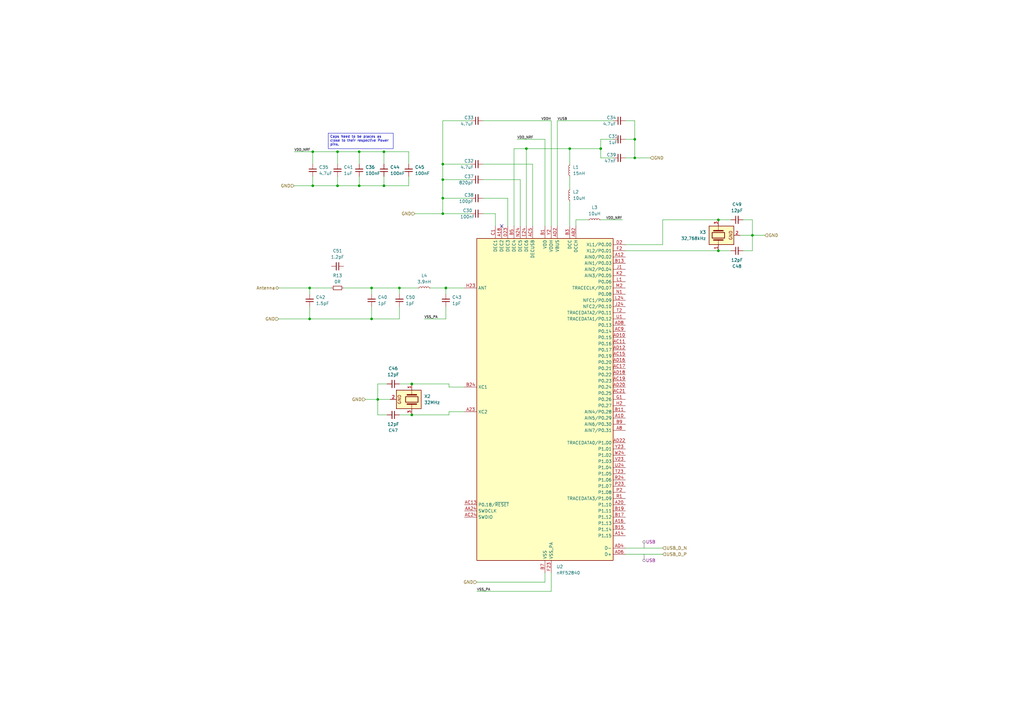
<source format=kicad_sch>
(kicad_sch (version 20250114) (generator "eeschema") (generator_version "9.0")
  (paper "A3")
  (title_block (date "2023-10-25") (company "MadMan"))
  (lib_symbols
    (symbol "Device:C_Small" (pin_numbers (hide yes)) (pin_names (offset 0.254) (hide yes))
      (property "Reference" "C" (at 0.254 1.778 0))
      (property "Value" "C_Small" (at 0.254 -2.032 0))
      (symbol "C_Small_0_1"
        (polyline (pts (xy -1.524 0.508) (xy 1.524 0.508)) (stroke (width 0.3048)))
        (polyline (pts (xy -1.524 -0.508) (xy 1.524 -0.508)) (stroke (width 0.3302)))
      )
      (symbol "C_Small_1_1"
        (pin passive line (at 0 2.54 270) (length 2.032) (name "~") (number "1"))
        (pin passive line (at 0 -2.54 90) (length 2.032) (name "~") (number "2"))
      )
    )
    (symbol "Device:L_Small" (pin_numbers (hide yes)) (pin_names (offset 0.254) (hide yes))
      (property "Reference" "L" (at 0.762 1.016 0))
      (property "Value" "L_Small" (at 0.762 -1.016 0))
      (symbol "L_Small_0_1"
        (arc (start 0 2.032) (mid 0.5058 1.524) (end 0 1.016))
        (arc (start 0 1.016) (mid 0.5058 0.508) (end 0 0))
        (arc (start 0 0) (mid 0.5058 -0.508) (end 0 -1.016))
        (arc (start 0 -1.016) (mid 0.5058 -1.524) (end 0 -2.032))
      )
      (symbol "L_Small_1_1"
        (pin passive line (at 0 2.54 270) (length 0.508) (name "~") (number "1"))
        (pin passive line (at 0 -2.54 90) (length 0.508) (name "~") (number "2"))
      )
    )
    (symbol "Device:R_Small" (pin_numbers (hide yes)) (pin_names (offset 0.254) (hide yes))
      (property "Reference" "R" (at 0 0 90))
      (property "Value" "R_Small" (at 1.778 0 90))
      (symbol "R_Small_0_1"
        (rectangle (start -0.762 1.778) (end 0.762 -1.778) (stroke (width 0.2032)))
      )
      (symbol "R_Small_1_1"
        (pin passive line (at 0 2.54 270) (length 0.762) (name "~") (number "1"))
        (pin passive line (at 0 -2.54 90) (length 0.762) (name "~") (number "2"))
      )
    )
    (symbol "MCU_Nordic:nRF52840"
      (property "Reference" "U" (at 0 5.08 0))
      (property "Value" "nRF52840" (at 0 2.54 0))
      (symbol "nRF52840_0_1"
        (rectangle (start -27.94 66.04) (end 27.94 -66.04) (stroke (width 0.254)) (fill (type background)))
      )
      (symbol "nRF52840_1_1"
        (pin passive line (at -33.02 45.72 0) (length 5.08) (name "ANT") (number "H23"))
        (pin input line (at -33.02 5.08 0) (length 5.08) (name "XC1") (number "B24"))
        (pin input line (at -33.02 -5.08 0) (length 5.08) (name "XC2") (number "A23"))
        (pin bidirectional line (at -33.02 -43.18 0) (length 5.08) (name "P0.18/~{RESET}") (number "AC13"))
        (pin input line (at -33.02 -45.72 0) (length 5.08) (name "SWDCLK") (number "AA24"))
        (pin bidirectional line (at -33.02 -48.26 0) (length 5.08) (name "SWDIO") (number "AC24"))
        (pin passive line (at -20.32 71.12 270) (length 5.08) (name "DEC1") (number "C1"))
        (pin passive line (at -17.78 71.12 270) (length 5.08) (name "DEC2") (number "A18"))
        (pin passive line (at -15.24 71.12 270) (length 5.08) (name "DEC3") (number "D23"))
        (pin passive line (at -12.7 71.12 270) (length 5.08) (name "DEC4") (number "B5"))
        (pin passive line (at -10.16 71.12 270) (length 5.08) (name "DEC5") (number "N24"))
        (pin passive line (at -7.62 71.12 270) (length 5.08) (name "DEC6") (number "E24"))
        (pin passive line (at -5.08 71.12 270) (length 5.08) (name "DECUSB") (number "AC5"))
        (pin passive line (at 0 71.12 270) (length 5.08) (hide yes) (name "VDD") (number "A22"))
        (pin passive line (at 0 71.12 270) (length 5.08) (hide yes) (name "VDD") (number "AD14"))
        (pin passive line (at 0 71.12 270) (length 5.08) (hide yes) (name "VDD") (number "AD23"))
        (pin power_in line (at 0 71.12 270) (length 5.08) (name "VDD") (number "B1"))
        (pin passive line (at 0 71.12 270) (length 5.08) (hide yes) (name "VDD") (number "W1"))
        (pin power_in line (at 0 -71.12 90) (length 5.08) (name "VSS") (number "B7"))
        (pin passive line (at 0 -71.12 90) (length 5.08) (hide yes) (name "VSS") (number "EP"))
        (pin power_in line (at 2.54 71.12 270) (length 5.08) (name "VDDH") (number "Y2"))
        (pin power_in line (at 2.54 -71.12 90) (length 5.08) (name "VSS_PA") (number "F23"))
        (pin power_in line (at 5.08 71.12 270) (length 5.08) (name "VBUS") (number "AD2"))
        (pin power_out line (at 10.16 71.12 270) (length 5.08) (name "DCC") (number "B3"))
        (pin power_out line (at 12.7 71.12 270) (length 5.08) (name "DCCH") (number "AB2"))
        (pin bidirectional line (at 33.02 63.5 180) (length 5.08) (name "XL1/P0.00") (number "D2"))
        (pin bidirectional line (at 33.02 60.96 180) (length 5.08) (name "XL2/P0.01") (number "F2"))
        (pin bidirectional line (at 33.02 58.42 180) (length 5.08) (name "AIN0/P0.02") (number "A12"))
        (pin bidirectional line (at 33.02 55.88 180) (length 5.08) (name "AIN1/P0.03") (number "B13"))
        (pin bidirectional line (at 33.02 53.34 180) (length 5.08) (name "AIN2/P0.04") (number "J1"))
        (pin bidirectional line (at 33.02 50.8 180) (length 5.08) (name "AIN3/P0.05") (number "K2"))
        (pin bidirectional line (at 33.02 48.26 180) (length 5.08) (name "P0.06") (number "L1"))
        (pin bidirectional line (at 33.02 45.72 180) (length 5.08) (name "TRACECLK/P0.07") (number "M2"))
        (pin bidirectional line (at 33.02 43.18 180) (length 5.08) (name "P0.08") (number "N1"))
        (pin bidirectional line (at 33.02 40.64 180) (length 5.08) (name "NFC1/P0.09") (number "L24"))
        (pin bidirectional line (at 33.02 38.1 180) (length 5.08) (name "NFC2/P0.10") (number "J24"))
        (pin bidirectional line (at 33.02 35.56 180) (length 5.08) (name "TRACEDATA2/P0.11") (number "T2"))
        (pin bidirectional line (at 33.02 33.02 180) (length 5.08) (name "TRACEDATA1/P0.12") (number "U1"))
        (pin bidirectional line (at 33.02 30.48 180) (length 5.08) (name "P0.13") (number "AD8"))
        (pin bidirectional line (at 33.02 27.94 180) (length 5.08) (name "P0.14") (number "AC9"))
        (pin bidirectional line (at 33.02 25.4 180) (length 5.08) (name "P0.15") (number "AD10"))
        (pin bidirectional line (at 33.02 22.86 180) (length 5.08) (name "P0.16") (number "AC11"))
        (pin bidirectional line (at 33.02 20.32 180) (length 5.08) (name "P0.17") (number "AD12"))
        (pin bidirectional line (at 33.02 17.78 180) (length 5.08) (name "P0.19") (number "AC15"))
        (pin bidirectional line (at 33.02 15.24 180) (length 5.08) (name "P0.20") (number "AD16"))
        (pin bidirectional line (at 33.02 12.7 180) (length 5.08) (name "P0.21") (number "AC17"))
        (pin bidirectional line (at 33.02 10.16 180) (length 5.08) (name "P0.22") (number "AD18"))
        (pin bidirectional line (at 33.02 7.62 180) (length 5.08) (name "P0.23") (number "AC19"))
        (pin bidirectional line (at 33.02 5.08 180) (length 5.08) (name "P0.24") (number "AD20"))
        (pin bidirectional line (at 33.02 2.54 180) (length 5.08) (name "P0.25") (number "AC21"))
        (pin bidirectional line (at 33.02 0 180) (length 5.08) (name "P0.26") (number "G1"))
        (pin bidirectional line (at 33.02 -2.54 180) (length 5.08) (name "P0.27") (number "H2"))
        (pin bidirectional line (at 33.02 -5.08 180) (length 5.08) (name "AIN4/P0.28") (number "B11"))
        (pin bidirectional line (at 33.02 -7.62 180) (length 5.08) (name "AIN5/P0.29") (number "A10"))
        (pin bidirectional line (at 33.02 -10.16 180) (length 5.08) (name "AIN6/P0.30") (number "B9"))
        (pin bidirectional line (at 33.02 -12.7 180) (length 5.08) (name "AIN7/P0.31") (number "A8"))
        (pin bidirectional line (at 33.02 -17.78 180) (length 5.08) (name "TRACEDATA0/P1.00") (number "AD22"))
        (pin bidirectional line (at 33.02 -20.32 180) (length 5.08) (name "P1.01") (number "Y23"))
        (pin bidirectional line (at 33.02 -22.86 180) (length 5.08) (name "P1.02") (number "W24"))
        (pin bidirectional line (at 33.02 -25.4 180) (length 5.08) (name "P1.03") (number "V23"))
        (pin bidirectional line (at 33.02 -27.94 180) (length 5.08) (name "P1.04") (number "U24"))
        (pin bidirectional line (at 33.02 -30.48 180) (length 5.08) (name "P1.05") (number "T23"))
        (pin bidirectional line (at 33.02 -33.02 180) (length 5.08) (name "P1.06") (number "R24"))
        (pin bidirectional line (at 33.02 -35.56 180) (length 5.08) (name "P1.07") (number "P23"))
        (pin bidirectional line (at 33.02 -38.1 180) (length 5.08) (name "P1.08") (number "P2"))
        (pin bidirectional line (at 33.02 -40.64 180) (length 5.08) (name "TRACEDATA3/P1.09") (number "R1"))
        (pin bidirectional line (at 33.02 -43.18 180) (length 5.08) (name "P1.10") (number "A20"))
        (pin bidirectional line (at 33.02 -45.72 180) (length 5.08) (name "P1.11") (number "B19"))
        (pin bidirectional line (at 33.02 -48.26 180) (length 5.08) (name "P1.12") (number "B17"))
        (pin bidirectional line (at 33.02 -50.8 180) (length 5.08) (name "P1.13") (number "A16"))
        (pin bidirectional line (at 33.02 -53.34 180) (length 5.08) (name "P1.14") (number "B15"))
        (pin bidirectional line (at 33.02 -55.88 180) (length 5.08) (name "P1.15") (number "A14"))
        (pin bidirectional line (at 33.02 -60.96 180) (length 5.08) (name "D-") (number "AD4"))
        (pin bidirectional line (at 33.02 -63.5 180) (length 5.08) (name "D+") (number "AD6"))
      )
    )
    (symbol "PCM_Crystal_AKL:Crystal_Generic_GND2" (pin_names (offset 1.016) (hide yes))
      (property "Reference" "X" (at 0 8.89 0))
      (property "Value" "Crystal_Generic" (at 0 6.35 0))
      (symbol "Crystal_Generic_GND2_0_1"
        (rectangle (start -3.81 3.81) (end 3.81 -6.35) (stroke (width 0.254)) (fill (type background)))
        (polyline (pts (xy -3.81 0) (xy -1.905 0)))
        (polyline (pts (xy -1.905 -1.905) (xy -1.905 1.905)) (stroke (width 0.508)))
        (rectangle (start -1.143 2.54) (end 1.143 -2.54) (stroke (width 0.3048)))
        (polyline (pts (xy 1.905 -1.905) (xy 1.905 1.905)) (stroke (width 0.508)))
        (polyline (pts (xy 3.81 0) (xy 1.905 0)))
        (text "GND" (at 0 -5.08 0) (effects (font (size 1.27 1.27))))
      )
      (symbol "Crystal_Generic_GND2_1_1"
        (pin passive line (at -6.35 0 0) (length 2.54) (name "1") (number "1"))
        (pin passive line (at 0 -8.89 90) (length 2.54) (name "2") (number "2"))
        (pin passive line (at 6.35 0 180) (length 2.54) (name "3") (number "3"))
      )
    )
  )
  (text_box "Caps Need to be places as close to their respective Power pins." (at 134.62 54.61 0) (size 26.67 6.35) (margins 0.75 0.75 0.75 0.75) (effects (font (size 1 1)) (justify left top)))
  (junction (at 152.4 130.81))
  (junction (at 147.32 76.2))
  (junction (at 127 130.81))
  (junction (at 294.64 102.87))
  (junction (at 181.61 87.63))
  (junction (at 215.9 60.96))
  (junction (at 246.38 60.96))
  (junction (at 168.91 157.48))
  (junction (at 308.61 96.52))
  (junction (at 260.35 64.77))
  (junction (at 152.4 118.11))
  (junction (at 260.35 57.15))
  (junction (at 294.64 90.17))
  (junction (at 182.88 118.11))
  (junction (at 181.61 81.28))
  (junction (at 157.48 76.2))
  (junction (at 138.43 62.23))
  (junction (at 233.68 60.96))
  (junction (at 128.27 76.2))
  (junction (at 128.27 62.23))
  (junction (at 147.32 62.23))
  (junction (at 181.61 67.31))
  (junction (at 154.94 163.83))
  (junction (at 127 118.11))
  (junction (at 138.43 76.2))
  (junction (at 157.48 62.23))
  (junction (at 181.61 73.66))
  (junction (at 163.83 118.11))
  (junction (at 168.91 170.18))
  (no_connect (at 205.74 92.71))
  (wire (pts (xy 313.69 96.52) (xy 308.61 96.52)))
  (wire (pts (xy 167.64 76.2) (xy 167.64 72.39)))
  (wire (pts (xy 163.83 130.81) (xy 152.4 130.81)))
  (wire (pts (xy 181.61 73.66) (xy 181.61 81.28)))
  (wire (pts (xy 163.83 118.11) (xy 163.83 120.65)))
  (wire (pts (xy 308.61 102.87) (xy 308.61 96.52)))
  (wire (pts (xy 157.48 62.23) (xy 157.48 67.31)))
  (wire (pts (xy 127 125.73) (xy 127 130.81)))
  (wire (pts (xy 223.52 234.95) (xy 223.52 238.76)))
  (wire (pts (xy 163.83 157.48) (xy 168.91 157.48)))
  (wire (pts (xy 167.64 62.23) (xy 167.64 67.31)))
  (wire (pts (xy 233.68 72.39) (xy 233.68 77.47)))
  (wire (pts (xy 138.43 62.23) (xy 147.32 62.23)))
  (wire (pts (xy 127 118.11) (xy 135.89 118.11)))
  (wire (pts (xy 157.48 76.2) (xy 167.64 76.2)))
  (wire (pts (xy 163.83 118.11) (xy 171.45 118.11)))
  (wire (pts (xy 149.86 163.83) (xy 154.94 163.83)))
  (wire (pts (xy 241.3 90.17) (xy 236.22 90.17)))
  (wire (pts (xy 193.04 49.53) (xy 181.61 49.53)))
  (wire (pts (xy 182.88 118.11) (xy 190.5 118.11)))
  (wire (pts (xy 157.48 76.2) (xy 157.48 72.39)))
  (wire (pts (xy 154.94 157.48) (xy 154.94 163.83)))
  (wire (pts (xy 256.54 224.79) (xy 271.78 224.79)))
  (wire (pts (xy 226.06 242.57) (xy 226.06 234.95)))
  (wire (pts (xy 182.88 125.73) (xy 182.88 130.81)))
  (wire (pts (xy 128.27 76.2) (xy 138.43 76.2)))
  (wire (pts (xy 154.94 163.83) (xy 160.02 163.83)))
  (wire (pts (xy 228.6 49.53) (xy 228.6 92.71)))
  (wire (pts (xy 114.3 130.81) (xy 127 130.81)))
  (wire (pts (xy 138.43 76.2) (xy 138.43 72.39)))
  (wire (pts (xy 195.58 242.57) (xy 226.06 242.57)))
  (wire (pts (xy 299.72 102.87) (xy 294.64 102.87)))
  (wire (pts (xy 208.28 92.71) (xy 208.28 81.28)))
  (wire (pts (xy 128.27 62.23) (xy 138.43 62.23)))
  (wire (pts (xy 233.68 60.96) (xy 233.68 67.31)))
  (wire (pts (xy 181.61 67.31) (xy 181.61 73.66)))
  (wire (pts (xy 308.61 90.17) (xy 304.8 90.17)))
  (wire (pts (xy 170.18 87.63) (xy 181.61 87.63)))
  (wire (pts (xy 128.27 62.23) (xy 128.27 67.31)))
  (wire (pts (xy 246.38 57.15) (xy 246.38 60.96)))
  (wire (pts (xy 147.32 76.2) (xy 157.48 76.2)))
  (wire (pts (xy 251.46 49.53) (xy 228.6 49.53)))
  (wire (pts (xy 184.15 168.91) (xy 190.5 168.91)))
  (wire (pts (xy 157.48 62.23) (xy 167.64 62.23)))
  (wire (pts (xy 271.78 100.33) (xy 256.54 100.33)))
  (wire (pts (xy 271.78 90.17) (xy 271.78 100.33)))
  (wire (pts (xy 147.32 62.23) (xy 147.32 67.31)))
  (wire (pts (xy 120.65 76.2) (xy 128.27 76.2)))
  (wire (pts (xy 114.3 118.11) (xy 127 118.11)))
  (wire (pts (xy 212.09 57.15) (xy 223.52 57.15)))
  (wire (pts (xy 152.4 118.11) (xy 152.4 120.65)))
  (wire (pts (xy 251.46 57.15) (xy 246.38 57.15)))
  (wire (pts (xy 210.82 60.96) (xy 215.9 60.96)))
  (wire (pts (xy 304.8 102.87) (xy 308.61 102.87)))
  (wire (pts (xy 184.15 170.18) (xy 184.15 168.91)))
  (wire (pts (xy 158.75 157.48) (xy 154.94 157.48)))
  (wire (pts (xy 246.38 90.17) (xy 255.27 90.17)))
  (wire (pts (xy 198.12 87.63) (xy 203.2 87.63)))
  (wire (pts (xy 256.54 57.15) (xy 260.35 57.15)))
  (wire (pts (xy 120.65 62.23) (xy 128.27 62.23)))
  (wire (pts (xy 256.54 49.53) (xy 260.35 49.53)))
  (wire (pts (xy 215.9 60.96) (xy 233.68 60.96)))
  (wire (pts (xy 233.68 82.55) (xy 233.68 92.71)))
  (wire (pts (xy 246.38 64.77) (xy 251.46 64.77)))
  (wire (pts (xy 294.64 90.17) (xy 271.78 90.17)))
  (wire (pts (xy 181.61 81.28) (xy 193.04 81.28)))
  (wire (pts (xy 154.94 163.83) (xy 154.94 170.18)))
  (wire (pts (xy 152.4 118.11) (xy 163.83 118.11)))
  (wire (pts (xy 127 118.11) (xy 127 120.65)))
  (wire (pts (xy 181.61 73.66) (xy 193.04 73.66)))
  (wire (pts (xy 173.99 130.81) (xy 182.88 130.81)))
  (wire (pts (xy 223.52 57.15) (xy 223.52 92.71)))
  (wire (pts (xy 308.61 96.52) (xy 308.61 90.17)))
  (wire (pts (xy 203.2 87.63) (xy 203.2 92.71)))
  (wire (pts (xy 236.22 90.17) (xy 236.22 92.71)))
  (wire (pts (xy 210.82 92.71) (xy 210.82 60.96)))
  (wire (pts (xy 256.54 102.87) (xy 294.64 102.87)))
  (wire (pts (xy 128.27 76.2) (xy 128.27 72.39)))
  (wire (pts (xy 152.4 125.73) (xy 152.4 130.81)))
  (wire (pts (xy 163.83 170.18) (xy 168.91 170.18)))
  (wire (pts (xy 154.94 170.18) (xy 158.75 170.18)))
  (wire (pts (xy 138.43 76.2) (xy 147.32 76.2)))
  (wire (pts (xy 147.32 76.2) (xy 147.32 72.39)))
  (wire (pts (xy 176.53 118.11) (xy 182.88 118.11)))
  (wire (pts (xy 138.43 62.23) (xy 138.43 67.31)))
  (wire (pts (xy 198.12 73.66) (xy 213.36 73.66)))
  (wire (pts (xy 181.61 49.53) (xy 181.61 67.31)))
  (wire (pts (xy 246.38 60.96) (xy 246.38 64.77)))
  (wire (pts (xy 256.54 227.33) (xy 271.78 227.33)))
  (wire (pts (xy 299.72 90.17) (xy 294.64 90.17)))
  (wire (pts (xy 213.36 92.71) (xy 213.36 73.66)))
  (wire (pts (xy 181.61 87.63) (xy 181.61 81.28)))
  (wire (pts (xy 215.9 60.96) (xy 215.9 92.71)))
  (wire (pts (xy 198.12 49.53) (xy 226.06 49.53)))
  (wire (pts (xy 140.97 118.11) (xy 152.4 118.11)))
  (wire (pts (xy 168.91 157.48) (xy 184.15 157.48)))
  (wire (pts (xy 181.61 87.63) (xy 193.04 87.63)))
  (wire (pts (xy 218.44 67.31) (xy 198.12 67.31)))
  (wire (pts (xy 168.91 170.18) (xy 184.15 170.18)))
  (wire (pts (xy 308.61 96.52) (xy 303.53 96.52)))
  (wire (pts (xy 260.35 57.15) (xy 260.35 64.77)))
  (wire (pts (xy 163.83 125.73) (xy 163.83 130.81)))
  (wire (pts (xy 256.54 64.77) (xy 260.35 64.77)))
  (wire (pts (xy 233.68 60.96) (xy 246.38 60.96)))
  (wire (pts (xy 208.28 81.28) (xy 198.12 81.28)))
  (wire (pts (xy 184.15 158.75) (xy 190.5 158.75)))
  (wire (pts (xy 127 130.81) (xy 152.4 130.81)))
  (wire (pts (xy 195.58 238.76) (xy 223.52 238.76)))
  (wire (pts (xy 193.04 67.31) (xy 181.61 67.31)))
  (wire (pts (xy 182.88 118.11) (xy 182.88 120.65)))
  (wire (pts (xy 260.35 64.77) (xy 266.7 64.77)))
  (wire (pts (xy 218.44 92.71) (xy 218.44 67.31)))
  (wire (pts (xy 184.15 157.48) (xy 184.15 158.75)))
  (wire (pts (xy 147.32 62.23) (xy 157.48 62.23)))
  (wire (pts (xy 260.35 49.53) (xy 260.35 57.15)))
  (wire (pts (xy 226.06 49.53) (xy 226.06 92.71)))
  (label "VDDH" (at 226.06 49.53 180) (effects (font (size 1 1))))
  (label "VSS_PA" (at 173.99 130.81 0) (effects (font (size 1 1))))
  (label "VDD_NRF" (at 212.09 57.15 0) (effects (font (size 1 1))))
  (label "VDD_NRF" (at 255.27 90.17 180) (effects (font (size 1 1))))
  (label "VDD_NRF" (at 120.65 62.23 0) (effects (font (size 1 1))))
  (label "VSS_PA" (at 195.58 242.57 0) (effects (font (size 1 1))))
  (label "VUSB" (at 228.6 49.53 0) (effects (font (size 1 1))))
  (hierarchical_label "GND" (shape input) (at 195.58 238.76 180))
  (hierarchical_label "USB_D_N" (shape input) (at 271.78 224.79 0))
  (hierarchical_label "GND" (shape input) (at 120.65 76.2 180))
  (hierarchical_label "GND" (shape input) (at 266.7 64.77 0))
  (hierarchical_label "Antenna" (shape bidirectional) (at 114.3 118.11 180))
  (hierarchical_label "GND" (shape input) (at 170.18 87.63 180))
  (hierarchical_label "GND" (shape input) (at 313.69 96.52 0))
  (hierarchical_label "GND" (shape input) (at 114.3 130.81 180))
  (hierarchical_label "GND" (shape input) (at 149.86 163.83 180))
  (hierarchical_label "USB_D_P" (shape input) (at 271.78 227.33 0))
  (netclass_flag "" (length 2.54) (shape round) (at 264.16 224.79 0) (property "Netclass" "USB" (at 264.8585 222.25 0) (effects (justify left))))
  (netclass_flag "" (length 2.54) (shape round) (at 264.16 227.33 180) (property "Netclass" "USB" (at 264.8585 229.87 0) (effects (justify left))))
  (symbol (lib_id "Device:C_Small") (at 163.83 123.19 180) (unit 1)
    (property "Reference" "C50" (at 166.37 121.9135 0) (effects (justify right)))
    (property "Value" "1pF" (at 166.37 124.4535 0) (effects (justify right)))
    (property "Footprint" "Capacitor_SMD:C_0603_1608Metric" (effects (hide yes)))
    (property "Supplier" "Digikey" (effects (hide yes)))
  )
  (symbol (lib_id "Device:C_Small") (at 161.29 170.18 270) (mirror x) (unit 1)
    (property "Reference" "C47" (at 161.2836 176.53 90))
    (property "Value" "12pF" (at 161.2836 173.99 90))
    (property "Footprint" "Capacitor_SMD:C_0603_1608Metric" (effects (hide yes)))
    (property "Supplier" "Digikey" (effects (hide yes)))
  )
  (symbol (lib_id "Device:C_Small") (at 302.26 90.17 90) (mirror x) (unit 1)
    (property "Reference" "C49" (at 302.2664 83.82 90))
    (property "Value" "12pF" (at 302.2664 86.36 90))
    (property "Footprint" "Capacitor_SMD:C_0603_1608Metric" (effects (hide yes)))
    (property "Supplier" "Digikey" (effects (hide yes)))
  )
  (symbol (lib_id "Device:C_Small") (at 161.29 157.48 270) (unit 1)
    (property "Reference" "C46" (at 161.2836 151.13 90))
    (property "Value" "12pF" (at 161.2836 153.67 90))
    (property "Footprint" "Capacitor_SMD:C_0603_1608Metric" (effects (hide yes)))
    (property "Supplier" "Digikey" (effects (hide yes)))
  )
  (symbol (lib_id "Device:L_Small") (at 243.84 90.17 90) (unit 1)
    (property "Reference" "L3" (at 243.84 85.09 90))
    (property "Value" "10uH" (at 243.84 87.63 90))
    (property "Description" "Inductor, small symbol" (effects (hide yes)))
  )
  (symbol (lib_id "Device:C_Small") (at 195.58 73.66 90) (unit 1)
    (property "Reference" "C37" (at 194.31 72.39 90) (effects (justify left)))
    (property "Value" "820pF" (at 194.31 74.93 90) (effects (justify left)))
    (property "Footprint" "Capacitor_SMD:C_0805_2012Metric" (effects (hide yes)))
    (property "Supplier" "Digikey" (effects (hide yes)))
    (property "Manufacturer" "YAGEO" (effects (hide yes)))
  )
  (symbol (lib_id "PCM_Crystal_AKL:Crystal_Generic_GND2") (at 168.91 163.83 270) (unit 1)
    (property "Reference" "X2" (at 173.99 162.5599 90) (effects (justify left)))
    (property "Value" "32MHz" (at 173.99 165.0999 90) (effects (justify left)))
    (property "Description" "Quartz crystal, Shielded, Generic symbol, Alternate KiCad Library" (effects (hide yes)))
  )
  (symbol (lib_id "Device:C_Small") (at 195.58 87.63 90) (mirror x) (unit 1)
    (property "Reference" "C30" (at 191.77 86.36 90))
    (property "Value" "100nF" (at 191.77 88.9 90))
    (property "Footprint" "Capacitor_SMD:C_0603_1608Metric" (effects (hide yes)))
    (property "Datasheet" "https://www.yageo.com/upload/media/product/productsearch/datasheet/mlcc/UPY-GPHC_X7R_6.3V-to-250V_24.pdf" (effects (hide yes)))
    (property "Description" "0.1 µF ±10% 50V Ceramic Capacitor X7R 0603 (1608 Metric)" (effects (hide yes)))
    (property "MPN" "CC0603KPX7R9BB104" (effects (hide yes)))
    (property "Manufacturer" "YAGEO" (effects (hide yes)))
    (property "Price" "$0.10 " (effects (hide yes)))
    (property "Rating" "CAP CER 0.1UF 50V X7R 0603" (effects (hide yes)))
    (property "Supplier" "Digikey" (effects (hide yes)))
    (property "LCSC" "C432917" (effects (hide yes)))
    (property "digikey" "311-3567-1-ND" (effects (hide yes)))
    (property "mouser" "603-CC603KPX7R9BB104" (effects (hide yes)))
  )
  (symbol (lib_id "Device:C_Small") (at 138.43 109.22 270) (unit 1)
    (property "Reference" "C51" (at 138.4236 102.87 90))
    (property "Value" "1.2pF" (at 138.4236 105.41 90))
    (property "Footprint" "Capacitor_SMD:C_0603_1608Metric" (effects (hide yes)))
    (property "Supplier" "Digikey" (effects (hide yes)))
  )
  (symbol (lib_id "Device:L_Small") (at 233.68 69.85 180) (unit 1)
    (property "Reference" "L1" (at 234.95 68.5799 0) (effects (justify right)))
    (property "Value" "15nH" (at 234.95 71.1199 0) (effects (justify right)))
    (property "Description" "Inductor, small symbol" (effects (hide yes)))
  )
  (symbol (lib_id "Device:C_Small") (at 138.43 69.85 0) (mirror x) (unit 1)
    (property "Reference" "C41" (at 140.97 68.5735 0) (effects (justify left)))
    (property "Value" "1uF" (at 140.97 71.1135 0) (effects (justify left)))
    (property "Footprint" "Capacitor_SMD:C_0603_1608Metric" (effects (hide yes)))
    (property "Datasheet" "https://www.yageo.com/upload/media/product/app/datasheet/mlcc/upy-gphc_x5r_4v-to-50v.pdf" (effects (hide yes)))
    (property "Description" "0.1 µF ±10% 25V Ceramic Capacitor X7R 0402 (1005 Metric)" (effects (hide yes)))
    (property "MPN" "CC0603KRX5R8BB105" (effects (hide yes)))
    (property "Manufacturer" "YAGEO" (effects (hide yes)))
    (property "Price" "$0.16" (effects (hide yes)))
    (property "Rating" "CAP CER 1UF 25V X5R 0603" (effects (hide yes)))
    (property "Supplier" "Digikey" (effects (hide yes)))
    (property "LCSC" "C14664" (effects (hide yes)))
    (property "digikey" "311-1445-1-ND" (effects (hide yes)))
    (property "mouser" "603-CC603KRX5R8BB105" (effects (hide yes)))
  )
  (symbol (lib_id "Device:C_Small") (at 147.32 69.85 180) (unit 1)
    (property "Reference" "C36" (at 149.86 68.5735 0) (effects (justify right)))
    (property "Value" "100nF" (at 149.86 71.1135 0) (effects (justify right)))
    (property "Footprint" "Capacitor_SMD:C_0603_1608Metric" (effects (hide yes)))
    (property "Datasheet" "https://www.yageo.com/upload/media/product/productsearch/datasheet/mlcc/UPY-GPHC_X7R_6.3V-to-250V_24.pdf" (effects (hide yes)))
    (property "Description" "0.1 µF ±10% 50V Ceramic Capacitor X7R 0603 (1608 Metric)" (effects (hide yes)))
    (property "MPN" "CC0603KPX7R9BB104" (effects (hide yes)))
    (property "Manufacturer" "YAGEO" (effects (hide yes)))
    (property "Price" "$0.10 " (effects (hide yes)))
    (property "Rating" "CAP CER 0.1UF 50V X7R 0603" (effects (hide yes)))
    (property "Supplier" "Digikey" (effects (hide yes)))
    (property "LCSC" "C432917" (effects (hide yes)))
    (property "digikey" "311-3567-1-ND" (effects (hide yes)))
    (property "mouser" "603-CC603KPX7R9BB104" (effects (hide yes)))
  )
  (symbol (lib_id "Device:C_Small") (at 195.58 81.28 90) (unit 1)
    (property "Reference" "C38" (at 194.31 80.01 90) (effects (justify left)))
    (property "Value" "100pF" (at 194.31 82.55 90) (effects (justify left)))
    (property "Footprint" "Capacitor_SMD:C_0805_2012Metric" (effects (hide yes)))
    (property "Supplier" "Digikey" (effects (hide yes)))
    (property "Manufacturer" "YAGEO" (effects (hide yes)))
  )
  (symbol (lib_id "Device:C_Small") (at 254 57.15 270) (mirror x) (unit 1)
    (property "Reference" "C31" (at 251.46 55.88 90))
    (property "Value" "1uF" (at 251.46 58.42 90))
    (property "Footprint" "Capacitor_SMD:C_0603_1608Metric" (effects (hide yes)))
    (property "Datasheet" "https://www.yageo.com/upload/media/product/app/datasheet/mlcc/upy-gphc_x5r_4v-to-50v.pdf" (effects (hide yes)))
    (property "Description" "0.1 µF ±10% 25V Ceramic Capacitor X7R 0402 (1005 Metric)" (effects (hide yes)))
    (property "MPN" "CC0603KRX5R8BB105" (effects (hide yes)))
    (property "Manufacturer" "YAGEO" (effects (hide yes)))
    (property "Price" "$0.16" (effects (hide yes)))
    (property "Rating" "CAP CER 1UF 25V X5R 0603" (effects (hide yes)))
    (property "Supplier" "Digikey" (effects (hide yes)))
    (property "LCSC" "C14664" (effects (hide yes)))
    (property "digikey" "311-1445-1-ND" (effects (hide yes)))
    (property "mouser" "603-CC603KRX5R8BB105" (effects (hide yes)))
  )
  (symbol (lib_id "Device:C_Small") (at 254 64.77 90) (unit 1)
    (property "Reference" "C39" (at 252.73 63.5 90) (effects (justify left)))
    (property "Value" "47nF" (at 252.73 66.04 90) (effects (justify left)))
    (property "Footprint" "Capacitor_SMD:C_0805_2012Metric" (effects (hide yes)))
    (property "Supplier" "Digikey" (effects (hide yes)))
    (property "Manufacturer" "YAGEO" (effects (hide yes)))
  )
  (symbol (lib_id "Device:C_Small") (at 152.4 123.19 180) (unit 1)
    (property "Reference" "C40" (at 154.94 121.9135 0) (effects (justify right)))
    (property "Value" "1pF" (at 154.94 124.4535 0) (effects (justify right)))
    (property "Footprint" "Capacitor_SMD:C_0603_1608Metric" (effects (hide yes)))
    (property "Supplier" "Digikey" (effects (hide yes)))
  )
  (symbol (lib_id "Device:C_Small") (at 195.58 67.31 90) (unit 1)
    (property "Reference" "C32" (at 194.31 66.04 90) (effects (justify left)))
    (property "Value" "4.7uF" (at 194.31 68.58 90) (effects (justify left)))
    (property "Footprint" "Capacitor_SMD:C_0805_2012Metric" (effects (hide yes)))
    (property "Datasheet" "https://www.yageogroup.com/content/datasheet/asset/file/UPY-GPHC_X7R_6_3V-TO-250V" (effects (hide yes)))
    (property "Description" "4.7 µF ±20% 25V Ceramic Capacitor X7R 0805 (2012 Metric)" (effects (hide yes)))
    (property "Price" "$0.60" (effects (hide yes)))
    (property "Rating" "CAP CER 4.7UF 25V X7R 0805" (effects (hide yes)))
    (property "Supplier" "Digikey" (effects (hide yes)))
    (property "Manufacturer" "YAGEO" (effects (hide yes)))
    (property "MPN" "CC0805MKX7R8BB475" (effects (hide yes)))
    (property "digikey" "311-3509-1-ND" (effects (hide yes)))
  )
  (symbol (lib_id "Device:C_Small") (at 195.58 49.53 90) (unit 1)
    (property "Reference" "C33" (at 194.31 48.26 90) (effects (justify left)))
    (property "Value" "4.7uF" (at 194.31 50.8 90) (effects (justify left)))
    (property "Footprint" "Capacitor_SMD:C_0805_2012Metric" (effects (hide yes)))
    (property "Datasheet" "https://www.yageogroup.com/content/datasheet/asset/file/UPY-GPHC_X7R_6_3V-TO-250V" (effects (hide yes)))
    (property "Description" "4.7 µF ±20% 25V Ceramic Capacitor X7R 0805 (2012 Metric)" (effects (hide yes)))
    (property "Price" "$0.60" (effects (hide yes)))
    (property "Rating" "CAP CER 4.7UF 25V X7R 0805" (effects (hide yes)))
    (property "Supplier" "Digikey" (effects (hide yes)))
    (property "Manufacturer" "YAGEO" (effects (hide yes)))
    (property "MPN" "CC0805MKX7R8BB475" (effects (hide yes)))
    (property "digikey" "311-3509-1-ND" (effects (hide yes)))
  )
  (symbol (lib_id "Device:C_Small") (at 182.88 123.19 180) (unit 1)
    (property "Reference" "C43" (at 185.42 121.9135 0) (effects (justify right)))
    (property "Value" "1pF" (at 185.42 124.4535 0) (effects (justify right)))
    (property "Footprint" "Capacitor_SMD:C_0603_1608Metric" (effects (hide yes)))
    (property "Supplier" "Digikey" (effects (hide yes)))
  )
  (symbol (lib_id "Device:C_Small") (at 128.27 69.85 0) (mirror y) (unit 1)
    (property "Reference" "C35" (at 130.81 68.5862 0) (effects (justify right)))
    (property "Value" "4.7uF" (at 130.81 71.1262 0) (effects (justify right)))
    (property "Footprint" "Capacitor_SMD:C_0805_2012Metric" (effects (hide yes)))
    (property "Datasheet" "https://www.yageogroup.com/content/datasheet/asset/file/UPY-GPHC_X7R_6_3V-TO-250V" (effects (hide yes)))
    (property "Description" "4.7 µF ±20% 25V Ceramic Capacitor X7R 0805 (2012 Metric)" (effects (hide yes)))
    (property "Price" "$0.60" (effects (hide yes)))
    (property "Rating" "CAP CER 4.7UF 25V X7R 0805" (effects (hide yes)))
    (property "Supplier" "Digikey" (effects (hide yes)))
    (property "Manufacturer" "YAGEO" (effects (hide yes)))
    (property "MPN" "CC0805MKX7R8BB475" (effects (hide yes)))
    (property "digikey" "311-3509-1-ND" (effects (hide yes)))
  )
  (symbol (lib_id "MCU_Nordic:nRF52840") (at 223.52 163.83 0) (unit 1)
    (property "Reference" "U2" (at 228.2033 232.41 0) (effects (justify left)))
    (property "Value" "nRF52840" (at 228.2033 234.95 0) (effects (justify left)))
    (property "Footprint" "Package_DFN_QFN:Nordic_AQFN-73-1EP_7x7mm_P0.5mm" (effects (hide yes)))
    (property "Datasheet" "http://infocenter.nordicsemi.com/topic/com.nordic.infocenter.nrf52/dita/nrf52/chips/nrf52840.html" (effects (hide yes)))
    (property "Description" "Multiprotocol BLE/ANT/2.4 GHz/802.15.4 Cortex-M4F SoC, AQFN-73" (effects (hide yes)))
  )
  (symbol (lib_id "PCM_Crystal_AKL:Crystal_Generic_GND2") (at 294.64 96.52 90) (unit 1)
    (property "Reference" "X3" (at 289.56 95.2499 90) (effects (justify left)))
    (property "Value" "32,768kHz" (at 289.56 97.7899 90) (effects (justify left)))
    (property "Description" "Quartz crystal, Shielded, Generic symbol, Alternate KiCad Library" (effects (hide yes)))
  )
  (symbol (lib_id "Device:C_Small") (at 254 49.53 90) (unit 1)
    (property "Reference" "C34" (at 252.73 48.26 90) (effects (justify left)))
    (property "Value" "4.7uF" (at 252.73 50.8 90) (effects (justify left)))
    (property "Footprint" "Capacitor_SMD:C_0805_2012Metric" (effects (hide yes)))
    (property "Datasheet" "https://www.yageogroup.com/content/datasheet/asset/file/UPY-GPHC_X7R_6_3V-TO-250V" (effects (hide yes)))
    (property "Description" "4.7 µF ±20% 25V Ceramic Capacitor X7R 0805 (2012 Metric)" (effects (hide yes)))
    (property "Price" "$0.60" (effects (hide yes)))
    (property "Rating" "CAP CER 4.7UF 25V X7R 0805" (effects (hide yes)))
    (property "Supplier" "Digikey" (effects (hide yes)))
    (property "Manufacturer" "YAGEO" (effects (hide yes)))
    (property "MPN" "CC0805MKX7R8BB475" (effects (hide yes)))
    (property "digikey" "311-3509-1-ND" (effects (hide yes)))
  )
  (symbol (lib_id "Device:L_Small") (at 173.99 118.11 90) (unit 1)
    (property "Reference" "L4" (at 173.99 113.03 90))
    (property "Value" "3.9nH" (at 173.99 115.57 90))
    (property "Description" "Inductor, small symbol" (effects (hide yes)))
  )
  (symbol (lib_id "Device:C_Small") (at 167.64 69.85 180) (unit 1)
    (property "Reference" "C45" (at 170.18 68.5735 0) (effects (justify right)))
    (property "Value" "100nF" (at 170.18 71.1135 0) (effects (justify right)))
    (property "Footprint" "Capacitor_SMD:C_0603_1608Metric" (effects (hide yes)))
    (property "Datasheet" "https://www.yageo.com/upload/media/product/productsearch/datasheet/mlcc/UPY-GPHC_X7R_6.3V-to-250V_24.pdf" (effects (hide yes)))
    (property "Description" "0.1 µF ±10% 50V Ceramic Capacitor X7R 0603 (1608 Metric)" (effects (hide yes)))
    (property "MPN" "CC0603KPX7R9BB104" (effects (hide yes)))
    (property "Manufacturer" "YAGEO" (effects (hide yes)))
    (property "Price" "$0.10 " (effects (hide yes)))
    (property "Rating" "CAP CER 0.1UF 50V X7R 0603" (effects (hide yes)))
    (property "Supplier" "Digikey" (effects (hide yes)))
    (property "LCSC" "C432917" (effects (hide yes)))
    (property "digikey" "311-3567-1-ND" (effects (hide yes)))
    (property "mouser" "603-CC603KPX7R9BB104" (effects (hide yes)))
  )
  (symbol (lib_id "Device:C_Small") (at 127 123.19 180) (unit 1)
    (property "Reference" "C42" (at 129.54 121.9135 0) (effects (justify right)))
    (property "Value" "1.5pF" (at 129.54 124.4535 0) (effects (justify right)))
    (property "Footprint" "Capacitor_SMD:C_0603_1608Metric" (effects (hide yes)))
    (property "Supplier" "Digikey" (effects (hide yes)))
  )
  (symbol (lib_id "Device:C_Small") (at 157.48 69.85 180) (unit 1)
    (property "Reference" "C44" (at 160.02 68.5735 0) (effects (justify right)))
    (property "Value" "100nF" (at 160.02 71.1135 0) (effects (justify right)))
    (property "Footprint" "Capacitor_SMD:C_0603_1608Metric" (effects (hide yes)))
    (property "Datasheet" "https://www.yageo.com/upload/media/product/productsearch/datasheet/mlcc/UPY-GPHC_X7R_6.3V-to-250V_24.pdf" (effects (hide yes)))
    (property "Description" "0.1 µF ±10% 50V Ceramic Capacitor X7R 0603 (1608 Metric)" (effects (hide yes)))
    (property "MPN" "CC0603KPX7R9BB104" (effects (hide yes)))
    (property "Manufacturer" "YAGEO" (effects (hide yes)))
    (property "Price" "$0.10 " (effects (hide yes)))
    (property "Rating" "CAP CER 0.1UF 50V X7R 0603" (effects (hide yes)))
    (property "Supplier" "Digikey" (effects (hide yes)))
    (property "LCSC" "C432917" (effects (hide yes)))
    (property "digikey" "311-3567-1-ND" (effects (hide yes)))
    (property "mouser" "603-CC603KPX7R9BB104" (effects (hide yes)))
  )
  (symbol (lib_id "Device:R_Small") (at 138.43 118.11 270) (mirror x) (unit 1)
    (property "Reference" "R13" (at 138.43 113.03 90))
    (property "Value" "0R" (at 138.43 115.57 90))
    (property "Footprint" "Resistor_SMD:R_0603_1608Metric" (effects (hide yes)))
    (property "Supplier" "Digikey" (effects (hide yes)))
  )
  (symbol (lib_id "Device:L_Small") (at 233.68 80.01 180) (unit 1)
    (property "Reference" "L2" (at 234.95 78.7399 0) (effects (justify right)))
    (property "Value" "10uH" (at 234.95 81.2799 0) (effects (justify right)))
    (property "Description" "Inductor, small symbol" (effects (hide yes)))
  )
  (symbol (lib_id "Device:C_Small") (at 302.26 102.87 90) (unit 1)
    (property "Reference" "C48" (at 302.2664 109.22 90))
    (property "Value" "12pF" (at 302.2664 106.68 90))
    (property "Footprint" "Capacitor_SMD:C_0603_1608Metric" (effects (hide yes)))
    (property "Supplier" "Digikey" (effects (hide yes)))
  )
)
</source>
